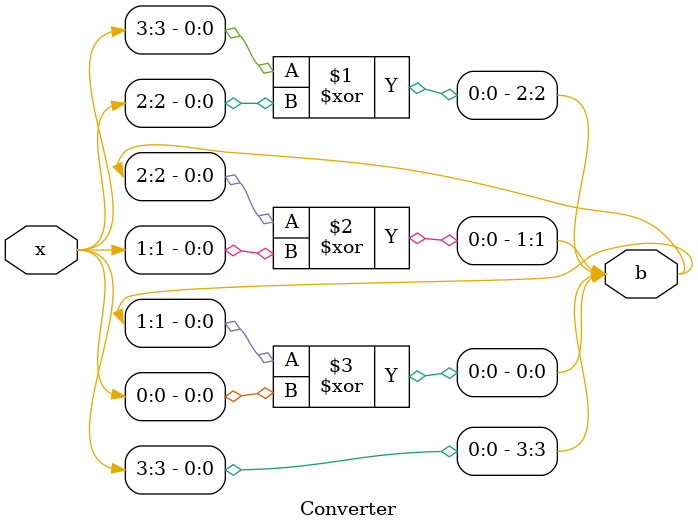
<source format=sv>
`timescale 1ns/1ns

module Converter (input [3:0]x,output [3:0]b); 
    buf temp(b[3],x[3]);
    xor #(3) first_xor(b[2],b[3],x[2]),
    second_xor(b[1],b[2],x[1]),
    third_xor(b[0],b[1],x[0]);

    
endmodule
</source>
